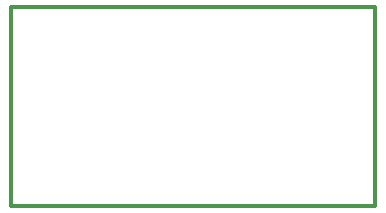
<source format=gbr>
G04 DesignSpark PCB Gerber Version 9.0 Build 5138 *
%FSLAX35Y35*%
%MOIN*%
%ADD88C,0.01200*%
X0Y0D02*
D02*
D88*
X807Y600D02*
X122067D01*
Y67135*
X807*
Y600*
X0Y0D02*
M02*

</source>
